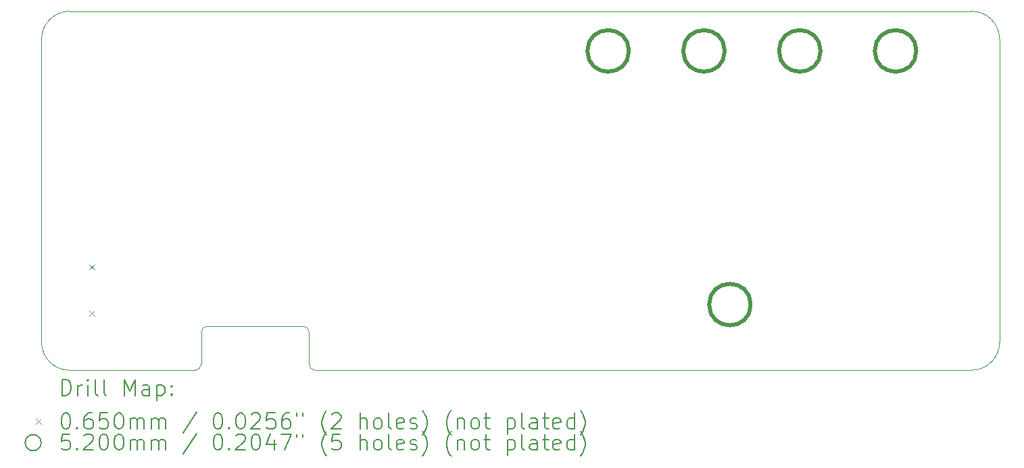
<source format=gbr>
%TF.GenerationSoftware,KiCad,Pcbnew,7.0.8*%
%TF.CreationDate,2023-11-12T21:10:44-08:00*%
%TF.ProjectId,bms,626d732e-6b69-4636-9164-5f7063625858,V1*%
%TF.SameCoordinates,Original*%
%TF.FileFunction,Drillmap*%
%TF.FilePolarity,Positive*%
%FSLAX45Y45*%
G04 Gerber Fmt 4.5, Leading zero omitted, Abs format (unit mm)*
G04 Created by KiCad (PCBNEW 7.0.8) date 2023-11-12 21:10:44*
%MOMM*%
%LPD*%
G01*
G04 APERTURE LIST*
%ADD10C,0.100000*%
%ADD11C,0.200000*%
%ADD12C,0.065000*%
%ADD13C,0.520000*%
G04 APERTURE END LIST*
D10*
X8850000Y-7850000D02*
X8850000Y-11650000D01*
X10923033Y-11450000D02*
G75*
G03*
X10850000Y-11523033I-3J-73030D01*
G01*
X20500000Y-7500000D02*
X9200000Y-7500000D01*
X10775000Y-12000000D02*
X9200000Y-12000000D01*
X12200000Y-11925000D02*
G75*
G03*
X12275000Y-12000000I75000J0D01*
G01*
X20850000Y-11650000D02*
X20850000Y-7850000D01*
X20500000Y-12000000D02*
G75*
G03*
X20850000Y-11650000I0J350000D01*
G01*
X8850000Y-11650000D02*
G75*
G03*
X9200000Y-12000000I350000J0D01*
G01*
X12275000Y-12000000D02*
X20500000Y-12000000D01*
X10850000Y-11523033D02*
X10850000Y-11925000D01*
X12200000Y-11925000D02*
X12200000Y-11521642D01*
X12200000Y-11521642D02*
G75*
G03*
X12130011Y-11450019I-71640J2D01*
G01*
X10775000Y-12000000D02*
G75*
G03*
X10850000Y-11925000I0J75000D01*
G01*
X9200000Y-7500000D02*
G75*
G03*
X8850000Y-7850000I0J-350000D01*
G01*
X20850000Y-7850000D02*
G75*
G03*
X20500000Y-7500000I-350000J0D01*
G01*
X12130011Y-11450019D02*
X10923044Y-11449536D01*
D11*
D12*
X9446487Y-10675987D02*
X9511487Y-10740987D01*
X9511487Y-10675987D02*
X9446487Y-10740987D01*
X9446487Y-11253987D02*
X9511487Y-11318987D01*
X9511487Y-11253987D02*
X9446487Y-11318987D01*
D13*
X16207487Y-7997487D02*
G75*
G03*
X16207487Y-7997487I-260000J0D01*
G01*
X17407487Y-7997487D02*
G75*
G03*
X17407487Y-7997487I-260000J0D01*
G01*
X17732487Y-11177487D02*
G75*
G03*
X17732487Y-11177487I-260000J0D01*
G01*
X18607487Y-7997487D02*
G75*
G03*
X18607487Y-7997487I-260000J0D01*
G01*
X19807487Y-7997487D02*
G75*
G03*
X19807487Y-7997487I-260000J0D01*
G01*
D11*
X9105777Y-12316484D02*
X9105777Y-12116484D01*
X9105777Y-12116484D02*
X9153396Y-12116484D01*
X9153396Y-12116484D02*
X9181967Y-12126008D01*
X9181967Y-12126008D02*
X9201015Y-12145055D01*
X9201015Y-12145055D02*
X9210539Y-12164103D01*
X9210539Y-12164103D02*
X9220063Y-12202198D01*
X9220063Y-12202198D02*
X9220063Y-12230769D01*
X9220063Y-12230769D02*
X9210539Y-12268865D01*
X9210539Y-12268865D02*
X9201015Y-12287912D01*
X9201015Y-12287912D02*
X9181967Y-12306960D01*
X9181967Y-12306960D02*
X9153396Y-12316484D01*
X9153396Y-12316484D02*
X9105777Y-12316484D01*
X9305777Y-12316484D02*
X9305777Y-12183150D01*
X9305777Y-12221246D02*
X9315301Y-12202198D01*
X9315301Y-12202198D02*
X9324824Y-12192674D01*
X9324824Y-12192674D02*
X9343872Y-12183150D01*
X9343872Y-12183150D02*
X9362920Y-12183150D01*
X9429586Y-12316484D02*
X9429586Y-12183150D01*
X9429586Y-12116484D02*
X9420063Y-12126008D01*
X9420063Y-12126008D02*
X9429586Y-12135531D01*
X9429586Y-12135531D02*
X9439110Y-12126008D01*
X9439110Y-12126008D02*
X9429586Y-12116484D01*
X9429586Y-12116484D02*
X9429586Y-12135531D01*
X9553396Y-12316484D02*
X9534348Y-12306960D01*
X9534348Y-12306960D02*
X9524824Y-12287912D01*
X9524824Y-12287912D02*
X9524824Y-12116484D01*
X9658158Y-12316484D02*
X9639110Y-12306960D01*
X9639110Y-12306960D02*
X9629586Y-12287912D01*
X9629586Y-12287912D02*
X9629586Y-12116484D01*
X9886729Y-12316484D02*
X9886729Y-12116484D01*
X9886729Y-12116484D02*
X9953396Y-12259341D01*
X9953396Y-12259341D02*
X10020063Y-12116484D01*
X10020063Y-12116484D02*
X10020063Y-12316484D01*
X10201015Y-12316484D02*
X10201015Y-12211722D01*
X10201015Y-12211722D02*
X10191491Y-12192674D01*
X10191491Y-12192674D02*
X10172444Y-12183150D01*
X10172444Y-12183150D02*
X10134348Y-12183150D01*
X10134348Y-12183150D02*
X10115301Y-12192674D01*
X10201015Y-12306960D02*
X10181967Y-12316484D01*
X10181967Y-12316484D02*
X10134348Y-12316484D01*
X10134348Y-12316484D02*
X10115301Y-12306960D01*
X10115301Y-12306960D02*
X10105777Y-12287912D01*
X10105777Y-12287912D02*
X10105777Y-12268865D01*
X10105777Y-12268865D02*
X10115301Y-12249817D01*
X10115301Y-12249817D02*
X10134348Y-12240293D01*
X10134348Y-12240293D02*
X10181967Y-12240293D01*
X10181967Y-12240293D02*
X10201015Y-12230769D01*
X10296253Y-12183150D02*
X10296253Y-12383150D01*
X10296253Y-12192674D02*
X10315301Y-12183150D01*
X10315301Y-12183150D02*
X10353396Y-12183150D01*
X10353396Y-12183150D02*
X10372444Y-12192674D01*
X10372444Y-12192674D02*
X10381967Y-12202198D01*
X10381967Y-12202198D02*
X10391491Y-12221246D01*
X10391491Y-12221246D02*
X10391491Y-12278388D01*
X10391491Y-12278388D02*
X10381967Y-12297436D01*
X10381967Y-12297436D02*
X10372444Y-12306960D01*
X10372444Y-12306960D02*
X10353396Y-12316484D01*
X10353396Y-12316484D02*
X10315301Y-12316484D01*
X10315301Y-12316484D02*
X10296253Y-12306960D01*
X10477205Y-12297436D02*
X10486729Y-12306960D01*
X10486729Y-12306960D02*
X10477205Y-12316484D01*
X10477205Y-12316484D02*
X10467682Y-12306960D01*
X10467682Y-12306960D02*
X10477205Y-12297436D01*
X10477205Y-12297436D02*
X10477205Y-12316484D01*
X10477205Y-12192674D02*
X10486729Y-12202198D01*
X10486729Y-12202198D02*
X10477205Y-12211722D01*
X10477205Y-12211722D02*
X10467682Y-12202198D01*
X10467682Y-12202198D02*
X10477205Y-12192674D01*
X10477205Y-12192674D02*
X10477205Y-12211722D01*
D12*
X8780000Y-12612500D02*
X8845000Y-12677500D01*
X8845000Y-12612500D02*
X8780000Y-12677500D01*
D11*
X9143872Y-12536484D02*
X9162920Y-12536484D01*
X9162920Y-12536484D02*
X9181967Y-12546008D01*
X9181967Y-12546008D02*
X9191491Y-12555531D01*
X9191491Y-12555531D02*
X9201015Y-12574579D01*
X9201015Y-12574579D02*
X9210539Y-12612674D01*
X9210539Y-12612674D02*
X9210539Y-12660293D01*
X9210539Y-12660293D02*
X9201015Y-12698388D01*
X9201015Y-12698388D02*
X9191491Y-12717436D01*
X9191491Y-12717436D02*
X9181967Y-12726960D01*
X9181967Y-12726960D02*
X9162920Y-12736484D01*
X9162920Y-12736484D02*
X9143872Y-12736484D01*
X9143872Y-12736484D02*
X9124824Y-12726960D01*
X9124824Y-12726960D02*
X9115301Y-12717436D01*
X9115301Y-12717436D02*
X9105777Y-12698388D01*
X9105777Y-12698388D02*
X9096253Y-12660293D01*
X9096253Y-12660293D02*
X9096253Y-12612674D01*
X9096253Y-12612674D02*
X9105777Y-12574579D01*
X9105777Y-12574579D02*
X9115301Y-12555531D01*
X9115301Y-12555531D02*
X9124824Y-12546008D01*
X9124824Y-12546008D02*
X9143872Y-12536484D01*
X9296253Y-12717436D02*
X9305777Y-12726960D01*
X9305777Y-12726960D02*
X9296253Y-12736484D01*
X9296253Y-12736484D02*
X9286729Y-12726960D01*
X9286729Y-12726960D02*
X9296253Y-12717436D01*
X9296253Y-12717436D02*
X9296253Y-12736484D01*
X9477205Y-12536484D02*
X9439110Y-12536484D01*
X9439110Y-12536484D02*
X9420063Y-12546008D01*
X9420063Y-12546008D02*
X9410539Y-12555531D01*
X9410539Y-12555531D02*
X9391491Y-12584103D01*
X9391491Y-12584103D02*
X9381967Y-12622198D01*
X9381967Y-12622198D02*
X9381967Y-12698388D01*
X9381967Y-12698388D02*
X9391491Y-12717436D01*
X9391491Y-12717436D02*
X9401015Y-12726960D01*
X9401015Y-12726960D02*
X9420063Y-12736484D01*
X9420063Y-12736484D02*
X9458158Y-12736484D01*
X9458158Y-12736484D02*
X9477205Y-12726960D01*
X9477205Y-12726960D02*
X9486729Y-12717436D01*
X9486729Y-12717436D02*
X9496253Y-12698388D01*
X9496253Y-12698388D02*
X9496253Y-12650769D01*
X9496253Y-12650769D02*
X9486729Y-12631722D01*
X9486729Y-12631722D02*
X9477205Y-12622198D01*
X9477205Y-12622198D02*
X9458158Y-12612674D01*
X9458158Y-12612674D02*
X9420063Y-12612674D01*
X9420063Y-12612674D02*
X9401015Y-12622198D01*
X9401015Y-12622198D02*
X9391491Y-12631722D01*
X9391491Y-12631722D02*
X9381967Y-12650769D01*
X9677205Y-12536484D02*
X9581967Y-12536484D01*
X9581967Y-12536484D02*
X9572444Y-12631722D01*
X9572444Y-12631722D02*
X9581967Y-12622198D01*
X9581967Y-12622198D02*
X9601015Y-12612674D01*
X9601015Y-12612674D02*
X9648634Y-12612674D01*
X9648634Y-12612674D02*
X9667682Y-12622198D01*
X9667682Y-12622198D02*
X9677205Y-12631722D01*
X9677205Y-12631722D02*
X9686729Y-12650769D01*
X9686729Y-12650769D02*
X9686729Y-12698388D01*
X9686729Y-12698388D02*
X9677205Y-12717436D01*
X9677205Y-12717436D02*
X9667682Y-12726960D01*
X9667682Y-12726960D02*
X9648634Y-12736484D01*
X9648634Y-12736484D02*
X9601015Y-12736484D01*
X9601015Y-12736484D02*
X9581967Y-12726960D01*
X9581967Y-12726960D02*
X9572444Y-12717436D01*
X9810539Y-12536484D02*
X9829586Y-12536484D01*
X9829586Y-12536484D02*
X9848634Y-12546008D01*
X9848634Y-12546008D02*
X9858158Y-12555531D01*
X9858158Y-12555531D02*
X9867682Y-12574579D01*
X9867682Y-12574579D02*
X9877205Y-12612674D01*
X9877205Y-12612674D02*
X9877205Y-12660293D01*
X9877205Y-12660293D02*
X9867682Y-12698388D01*
X9867682Y-12698388D02*
X9858158Y-12717436D01*
X9858158Y-12717436D02*
X9848634Y-12726960D01*
X9848634Y-12726960D02*
X9829586Y-12736484D01*
X9829586Y-12736484D02*
X9810539Y-12736484D01*
X9810539Y-12736484D02*
X9791491Y-12726960D01*
X9791491Y-12726960D02*
X9781967Y-12717436D01*
X9781967Y-12717436D02*
X9772444Y-12698388D01*
X9772444Y-12698388D02*
X9762920Y-12660293D01*
X9762920Y-12660293D02*
X9762920Y-12612674D01*
X9762920Y-12612674D02*
X9772444Y-12574579D01*
X9772444Y-12574579D02*
X9781967Y-12555531D01*
X9781967Y-12555531D02*
X9791491Y-12546008D01*
X9791491Y-12546008D02*
X9810539Y-12536484D01*
X9962920Y-12736484D02*
X9962920Y-12603150D01*
X9962920Y-12622198D02*
X9972444Y-12612674D01*
X9972444Y-12612674D02*
X9991491Y-12603150D01*
X9991491Y-12603150D02*
X10020063Y-12603150D01*
X10020063Y-12603150D02*
X10039110Y-12612674D01*
X10039110Y-12612674D02*
X10048634Y-12631722D01*
X10048634Y-12631722D02*
X10048634Y-12736484D01*
X10048634Y-12631722D02*
X10058158Y-12612674D01*
X10058158Y-12612674D02*
X10077205Y-12603150D01*
X10077205Y-12603150D02*
X10105777Y-12603150D01*
X10105777Y-12603150D02*
X10124825Y-12612674D01*
X10124825Y-12612674D02*
X10134348Y-12631722D01*
X10134348Y-12631722D02*
X10134348Y-12736484D01*
X10229586Y-12736484D02*
X10229586Y-12603150D01*
X10229586Y-12622198D02*
X10239110Y-12612674D01*
X10239110Y-12612674D02*
X10258158Y-12603150D01*
X10258158Y-12603150D02*
X10286729Y-12603150D01*
X10286729Y-12603150D02*
X10305777Y-12612674D01*
X10305777Y-12612674D02*
X10315301Y-12631722D01*
X10315301Y-12631722D02*
X10315301Y-12736484D01*
X10315301Y-12631722D02*
X10324825Y-12612674D01*
X10324825Y-12612674D02*
X10343872Y-12603150D01*
X10343872Y-12603150D02*
X10372444Y-12603150D01*
X10372444Y-12603150D02*
X10391491Y-12612674D01*
X10391491Y-12612674D02*
X10401015Y-12631722D01*
X10401015Y-12631722D02*
X10401015Y-12736484D01*
X10791491Y-12526960D02*
X10620063Y-12784103D01*
X11048634Y-12536484D02*
X11067682Y-12536484D01*
X11067682Y-12536484D02*
X11086729Y-12546008D01*
X11086729Y-12546008D02*
X11096253Y-12555531D01*
X11096253Y-12555531D02*
X11105777Y-12574579D01*
X11105777Y-12574579D02*
X11115301Y-12612674D01*
X11115301Y-12612674D02*
X11115301Y-12660293D01*
X11115301Y-12660293D02*
X11105777Y-12698388D01*
X11105777Y-12698388D02*
X11096253Y-12717436D01*
X11096253Y-12717436D02*
X11086729Y-12726960D01*
X11086729Y-12726960D02*
X11067682Y-12736484D01*
X11067682Y-12736484D02*
X11048634Y-12736484D01*
X11048634Y-12736484D02*
X11029587Y-12726960D01*
X11029587Y-12726960D02*
X11020063Y-12717436D01*
X11020063Y-12717436D02*
X11010539Y-12698388D01*
X11010539Y-12698388D02*
X11001015Y-12660293D01*
X11001015Y-12660293D02*
X11001015Y-12612674D01*
X11001015Y-12612674D02*
X11010539Y-12574579D01*
X11010539Y-12574579D02*
X11020063Y-12555531D01*
X11020063Y-12555531D02*
X11029587Y-12546008D01*
X11029587Y-12546008D02*
X11048634Y-12536484D01*
X11201015Y-12717436D02*
X11210539Y-12726960D01*
X11210539Y-12726960D02*
X11201015Y-12736484D01*
X11201015Y-12736484D02*
X11191491Y-12726960D01*
X11191491Y-12726960D02*
X11201015Y-12717436D01*
X11201015Y-12717436D02*
X11201015Y-12736484D01*
X11334348Y-12536484D02*
X11353396Y-12536484D01*
X11353396Y-12536484D02*
X11372444Y-12546008D01*
X11372444Y-12546008D02*
X11381967Y-12555531D01*
X11381967Y-12555531D02*
X11391491Y-12574579D01*
X11391491Y-12574579D02*
X11401015Y-12612674D01*
X11401015Y-12612674D02*
X11401015Y-12660293D01*
X11401015Y-12660293D02*
X11391491Y-12698388D01*
X11391491Y-12698388D02*
X11381967Y-12717436D01*
X11381967Y-12717436D02*
X11372444Y-12726960D01*
X11372444Y-12726960D02*
X11353396Y-12736484D01*
X11353396Y-12736484D02*
X11334348Y-12736484D01*
X11334348Y-12736484D02*
X11315301Y-12726960D01*
X11315301Y-12726960D02*
X11305777Y-12717436D01*
X11305777Y-12717436D02*
X11296253Y-12698388D01*
X11296253Y-12698388D02*
X11286729Y-12660293D01*
X11286729Y-12660293D02*
X11286729Y-12612674D01*
X11286729Y-12612674D02*
X11296253Y-12574579D01*
X11296253Y-12574579D02*
X11305777Y-12555531D01*
X11305777Y-12555531D02*
X11315301Y-12546008D01*
X11315301Y-12546008D02*
X11334348Y-12536484D01*
X11477206Y-12555531D02*
X11486729Y-12546008D01*
X11486729Y-12546008D02*
X11505777Y-12536484D01*
X11505777Y-12536484D02*
X11553396Y-12536484D01*
X11553396Y-12536484D02*
X11572444Y-12546008D01*
X11572444Y-12546008D02*
X11581967Y-12555531D01*
X11581967Y-12555531D02*
X11591491Y-12574579D01*
X11591491Y-12574579D02*
X11591491Y-12593627D01*
X11591491Y-12593627D02*
X11581967Y-12622198D01*
X11581967Y-12622198D02*
X11467682Y-12736484D01*
X11467682Y-12736484D02*
X11591491Y-12736484D01*
X11772444Y-12536484D02*
X11677206Y-12536484D01*
X11677206Y-12536484D02*
X11667682Y-12631722D01*
X11667682Y-12631722D02*
X11677206Y-12622198D01*
X11677206Y-12622198D02*
X11696253Y-12612674D01*
X11696253Y-12612674D02*
X11743872Y-12612674D01*
X11743872Y-12612674D02*
X11762920Y-12622198D01*
X11762920Y-12622198D02*
X11772444Y-12631722D01*
X11772444Y-12631722D02*
X11781967Y-12650769D01*
X11781967Y-12650769D02*
X11781967Y-12698388D01*
X11781967Y-12698388D02*
X11772444Y-12717436D01*
X11772444Y-12717436D02*
X11762920Y-12726960D01*
X11762920Y-12726960D02*
X11743872Y-12736484D01*
X11743872Y-12736484D02*
X11696253Y-12736484D01*
X11696253Y-12736484D02*
X11677206Y-12726960D01*
X11677206Y-12726960D02*
X11667682Y-12717436D01*
X11953396Y-12536484D02*
X11915301Y-12536484D01*
X11915301Y-12536484D02*
X11896253Y-12546008D01*
X11896253Y-12546008D02*
X11886729Y-12555531D01*
X11886729Y-12555531D02*
X11867682Y-12584103D01*
X11867682Y-12584103D02*
X11858158Y-12622198D01*
X11858158Y-12622198D02*
X11858158Y-12698388D01*
X11858158Y-12698388D02*
X11867682Y-12717436D01*
X11867682Y-12717436D02*
X11877206Y-12726960D01*
X11877206Y-12726960D02*
X11896253Y-12736484D01*
X11896253Y-12736484D02*
X11934348Y-12736484D01*
X11934348Y-12736484D02*
X11953396Y-12726960D01*
X11953396Y-12726960D02*
X11962920Y-12717436D01*
X11962920Y-12717436D02*
X11972444Y-12698388D01*
X11972444Y-12698388D02*
X11972444Y-12650769D01*
X11972444Y-12650769D02*
X11962920Y-12631722D01*
X11962920Y-12631722D02*
X11953396Y-12622198D01*
X11953396Y-12622198D02*
X11934348Y-12612674D01*
X11934348Y-12612674D02*
X11896253Y-12612674D01*
X11896253Y-12612674D02*
X11877206Y-12622198D01*
X11877206Y-12622198D02*
X11867682Y-12631722D01*
X11867682Y-12631722D02*
X11858158Y-12650769D01*
X12048634Y-12536484D02*
X12048634Y-12574579D01*
X12124825Y-12536484D02*
X12124825Y-12574579D01*
X12420063Y-12812674D02*
X12410539Y-12803150D01*
X12410539Y-12803150D02*
X12391491Y-12774579D01*
X12391491Y-12774579D02*
X12381968Y-12755531D01*
X12381968Y-12755531D02*
X12372444Y-12726960D01*
X12372444Y-12726960D02*
X12362920Y-12679341D01*
X12362920Y-12679341D02*
X12362920Y-12641246D01*
X12362920Y-12641246D02*
X12372444Y-12593627D01*
X12372444Y-12593627D02*
X12381968Y-12565055D01*
X12381968Y-12565055D02*
X12391491Y-12546008D01*
X12391491Y-12546008D02*
X12410539Y-12517436D01*
X12410539Y-12517436D02*
X12420063Y-12507912D01*
X12486729Y-12555531D02*
X12496253Y-12546008D01*
X12496253Y-12546008D02*
X12515301Y-12536484D01*
X12515301Y-12536484D02*
X12562920Y-12536484D01*
X12562920Y-12536484D02*
X12581968Y-12546008D01*
X12581968Y-12546008D02*
X12591491Y-12555531D01*
X12591491Y-12555531D02*
X12601015Y-12574579D01*
X12601015Y-12574579D02*
X12601015Y-12593627D01*
X12601015Y-12593627D02*
X12591491Y-12622198D01*
X12591491Y-12622198D02*
X12477206Y-12736484D01*
X12477206Y-12736484D02*
X12601015Y-12736484D01*
X12839110Y-12736484D02*
X12839110Y-12536484D01*
X12924825Y-12736484D02*
X12924825Y-12631722D01*
X12924825Y-12631722D02*
X12915301Y-12612674D01*
X12915301Y-12612674D02*
X12896253Y-12603150D01*
X12896253Y-12603150D02*
X12867682Y-12603150D01*
X12867682Y-12603150D02*
X12848634Y-12612674D01*
X12848634Y-12612674D02*
X12839110Y-12622198D01*
X13048634Y-12736484D02*
X13029587Y-12726960D01*
X13029587Y-12726960D02*
X13020063Y-12717436D01*
X13020063Y-12717436D02*
X13010539Y-12698388D01*
X13010539Y-12698388D02*
X13010539Y-12641246D01*
X13010539Y-12641246D02*
X13020063Y-12622198D01*
X13020063Y-12622198D02*
X13029587Y-12612674D01*
X13029587Y-12612674D02*
X13048634Y-12603150D01*
X13048634Y-12603150D02*
X13077206Y-12603150D01*
X13077206Y-12603150D02*
X13096253Y-12612674D01*
X13096253Y-12612674D02*
X13105777Y-12622198D01*
X13105777Y-12622198D02*
X13115301Y-12641246D01*
X13115301Y-12641246D02*
X13115301Y-12698388D01*
X13115301Y-12698388D02*
X13105777Y-12717436D01*
X13105777Y-12717436D02*
X13096253Y-12726960D01*
X13096253Y-12726960D02*
X13077206Y-12736484D01*
X13077206Y-12736484D02*
X13048634Y-12736484D01*
X13229587Y-12736484D02*
X13210539Y-12726960D01*
X13210539Y-12726960D02*
X13201015Y-12707912D01*
X13201015Y-12707912D02*
X13201015Y-12536484D01*
X13381968Y-12726960D02*
X13362920Y-12736484D01*
X13362920Y-12736484D02*
X13324825Y-12736484D01*
X13324825Y-12736484D02*
X13305777Y-12726960D01*
X13305777Y-12726960D02*
X13296253Y-12707912D01*
X13296253Y-12707912D02*
X13296253Y-12631722D01*
X13296253Y-12631722D02*
X13305777Y-12612674D01*
X13305777Y-12612674D02*
X13324825Y-12603150D01*
X13324825Y-12603150D02*
X13362920Y-12603150D01*
X13362920Y-12603150D02*
X13381968Y-12612674D01*
X13381968Y-12612674D02*
X13391491Y-12631722D01*
X13391491Y-12631722D02*
X13391491Y-12650769D01*
X13391491Y-12650769D02*
X13296253Y-12669817D01*
X13467682Y-12726960D02*
X13486730Y-12736484D01*
X13486730Y-12736484D02*
X13524825Y-12736484D01*
X13524825Y-12736484D02*
X13543872Y-12726960D01*
X13543872Y-12726960D02*
X13553396Y-12707912D01*
X13553396Y-12707912D02*
X13553396Y-12698388D01*
X13553396Y-12698388D02*
X13543872Y-12679341D01*
X13543872Y-12679341D02*
X13524825Y-12669817D01*
X13524825Y-12669817D02*
X13496253Y-12669817D01*
X13496253Y-12669817D02*
X13477206Y-12660293D01*
X13477206Y-12660293D02*
X13467682Y-12641246D01*
X13467682Y-12641246D02*
X13467682Y-12631722D01*
X13467682Y-12631722D02*
X13477206Y-12612674D01*
X13477206Y-12612674D02*
X13496253Y-12603150D01*
X13496253Y-12603150D02*
X13524825Y-12603150D01*
X13524825Y-12603150D02*
X13543872Y-12612674D01*
X13620063Y-12812674D02*
X13629587Y-12803150D01*
X13629587Y-12803150D02*
X13648634Y-12774579D01*
X13648634Y-12774579D02*
X13658158Y-12755531D01*
X13658158Y-12755531D02*
X13667682Y-12726960D01*
X13667682Y-12726960D02*
X13677206Y-12679341D01*
X13677206Y-12679341D02*
X13677206Y-12641246D01*
X13677206Y-12641246D02*
X13667682Y-12593627D01*
X13667682Y-12593627D02*
X13658158Y-12565055D01*
X13658158Y-12565055D02*
X13648634Y-12546008D01*
X13648634Y-12546008D02*
X13629587Y-12517436D01*
X13629587Y-12517436D02*
X13620063Y-12507912D01*
X13981968Y-12812674D02*
X13972444Y-12803150D01*
X13972444Y-12803150D02*
X13953396Y-12774579D01*
X13953396Y-12774579D02*
X13943872Y-12755531D01*
X13943872Y-12755531D02*
X13934349Y-12726960D01*
X13934349Y-12726960D02*
X13924825Y-12679341D01*
X13924825Y-12679341D02*
X13924825Y-12641246D01*
X13924825Y-12641246D02*
X13934349Y-12593627D01*
X13934349Y-12593627D02*
X13943872Y-12565055D01*
X13943872Y-12565055D02*
X13953396Y-12546008D01*
X13953396Y-12546008D02*
X13972444Y-12517436D01*
X13972444Y-12517436D02*
X13981968Y-12507912D01*
X14058158Y-12603150D02*
X14058158Y-12736484D01*
X14058158Y-12622198D02*
X14067682Y-12612674D01*
X14067682Y-12612674D02*
X14086730Y-12603150D01*
X14086730Y-12603150D02*
X14115301Y-12603150D01*
X14115301Y-12603150D02*
X14134349Y-12612674D01*
X14134349Y-12612674D02*
X14143872Y-12631722D01*
X14143872Y-12631722D02*
X14143872Y-12736484D01*
X14267682Y-12736484D02*
X14248634Y-12726960D01*
X14248634Y-12726960D02*
X14239111Y-12717436D01*
X14239111Y-12717436D02*
X14229587Y-12698388D01*
X14229587Y-12698388D02*
X14229587Y-12641246D01*
X14229587Y-12641246D02*
X14239111Y-12622198D01*
X14239111Y-12622198D02*
X14248634Y-12612674D01*
X14248634Y-12612674D02*
X14267682Y-12603150D01*
X14267682Y-12603150D02*
X14296253Y-12603150D01*
X14296253Y-12603150D02*
X14315301Y-12612674D01*
X14315301Y-12612674D02*
X14324825Y-12622198D01*
X14324825Y-12622198D02*
X14334349Y-12641246D01*
X14334349Y-12641246D02*
X14334349Y-12698388D01*
X14334349Y-12698388D02*
X14324825Y-12717436D01*
X14324825Y-12717436D02*
X14315301Y-12726960D01*
X14315301Y-12726960D02*
X14296253Y-12736484D01*
X14296253Y-12736484D02*
X14267682Y-12736484D01*
X14391492Y-12603150D02*
X14467682Y-12603150D01*
X14420063Y-12536484D02*
X14420063Y-12707912D01*
X14420063Y-12707912D02*
X14429587Y-12726960D01*
X14429587Y-12726960D02*
X14448634Y-12736484D01*
X14448634Y-12736484D02*
X14467682Y-12736484D01*
X14686730Y-12603150D02*
X14686730Y-12803150D01*
X14686730Y-12612674D02*
X14705777Y-12603150D01*
X14705777Y-12603150D02*
X14743873Y-12603150D01*
X14743873Y-12603150D02*
X14762920Y-12612674D01*
X14762920Y-12612674D02*
X14772444Y-12622198D01*
X14772444Y-12622198D02*
X14781968Y-12641246D01*
X14781968Y-12641246D02*
X14781968Y-12698388D01*
X14781968Y-12698388D02*
X14772444Y-12717436D01*
X14772444Y-12717436D02*
X14762920Y-12726960D01*
X14762920Y-12726960D02*
X14743873Y-12736484D01*
X14743873Y-12736484D02*
X14705777Y-12736484D01*
X14705777Y-12736484D02*
X14686730Y-12726960D01*
X14896253Y-12736484D02*
X14877206Y-12726960D01*
X14877206Y-12726960D02*
X14867682Y-12707912D01*
X14867682Y-12707912D02*
X14867682Y-12536484D01*
X15058158Y-12736484D02*
X15058158Y-12631722D01*
X15058158Y-12631722D02*
X15048634Y-12612674D01*
X15048634Y-12612674D02*
X15029587Y-12603150D01*
X15029587Y-12603150D02*
X14991492Y-12603150D01*
X14991492Y-12603150D02*
X14972444Y-12612674D01*
X15058158Y-12726960D02*
X15039111Y-12736484D01*
X15039111Y-12736484D02*
X14991492Y-12736484D01*
X14991492Y-12736484D02*
X14972444Y-12726960D01*
X14972444Y-12726960D02*
X14962920Y-12707912D01*
X14962920Y-12707912D02*
X14962920Y-12688865D01*
X14962920Y-12688865D02*
X14972444Y-12669817D01*
X14972444Y-12669817D02*
X14991492Y-12660293D01*
X14991492Y-12660293D02*
X15039111Y-12660293D01*
X15039111Y-12660293D02*
X15058158Y-12650769D01*
X15124825Y-12603150D02*
X15201015Y-12603150D01*
X15153396Y-12536484D02*
X15153396Y-12707912D01*
X15153396Y-12707912D02*
X15162920Y-12726960D01*
X15162920Y-12726960D02*
X15181968Y-12736484D01*
X15181968Y-12736484D02*
X15201015Y-12736484D01*
X15343873Y-12726960D02*
X15324825Y-12736484D01*
X15324825Y-12736484D02*
X15286730Y-12736484D01*
X15286730Y-12736484D02*
X15267682Y-12726960D01*
X15267682Y-12726960D02*
X15258158Y-12707912D01*
X15258158Y-12707912D02*
X15258158Y-12631722D01*
X15258158Y-12631722D02*
X15267682Y-12612674D01*
X15267682Y-12612674D02*
X15286730Y-12603150D01*
X15286730Y-12603150D02*
X15324825Y-12603150D01*
X15324825Y-12603150D02*
X15343873Y-12612674D01*
X15343873Y-12612674D02*
X15353396Y-12631722D01*
X15353396Y-12631722D02*
X15353396Y-12650769D01*
X15353396Y-12650769D02*
X15258158Y-12669817D01*
X15524825Y-12736484D02*
X15524825Y-12536484D01*
X15524825Y-12726960D02*
X15505777Y-12736484D01*
X15505777Y-12736484D02*
X15467682Y-12736484D01*
X15467682Y-12736484D02*
X15448634Y-12726960D01*
X15448634Y-12726960D02*
X15439111Y-12717436D01*
X15439111Y-12717436D02*
X15429587Y-12698388D01*
X15429587Y-12698388D02*
X15429587Y-12641246D01*
X15429587Y-12641246D02*
X15439111Y-12622198D01*
X15439111Y-12622198D02*
X15448634Y-12612674D01*
X15448634Y-12612674D02*
X15467682Y-12603150D01*
X15467682Y-12603150D02*
X15505777Y-12603150D01*
X15505777Y-12603150D02*
X15524825Y-12612674D01*
X15601015Y-12812674D02*
X15610539Y-12803150D01*
X15610539Y-12803150D02*
X15629587Y-12774579D01*
X15629587Y-12774579D02*
X15639111Y-12755531D01*
X15639111Y-12755531D02*
X15648634Y-12726960D01*
X15648634Y-12726960D02*
X15658158Y-12679341D01*
X15658158Y-12679341D02*
X15658158Y-12641246D01*
X15658158Y-12641246D02*
X15648634Y-12593627D01*
X15648634Y-12593627D02*
X15639111Y-12565055D01*
X15639111Y-12565055D02*
X15629587Y-12546008D01*
X15629587Y-12546008D02*
X15610539Y-12517436D01*
X15610539Y-12517436D02*
X15601015Y-12507912D01*
X8845000Y-12909000D02*
G75*
G03*
X8845000Y-12909000I-100000J0D01*
G01*
X9201015Y-12800484D02*
X9105777Y-12800484D01*
X9105777Y-12800484D02*
X9096253Y-12895722D01*
X9096253Y-12895722D02*
X9105777Y-12886198D01*
X9105777Y-12886198D02*
X9124824Y-12876674D01*
X9124824Y-12876674D02*
X9172444Y-12876674D01*
X9172444Y-12876674D02*
X9191491Y-12886198D01*
X9191491Y-12886198D02*
X9201015Y-12895722D01*
X9201015Y-12895722D02*
X9210539Y-12914769D01*
X9210539Y-12914769D02*
X9210539Y-12962388D01*
X9210539Y-12962388D02*
X9201015Y-12981436D01*
X9201015Y-12981436D02*
X9191491Y-12990960D01*
X9191491Y-12990960D02*
X9172444Y-13000484D01*
X9172444Y-13000484D02*
X9124824Y-13000484D01*
X9124824Y-13000484D02*
X9105777Y-12990960D01*
X9105777Y-12990960D02*
X9096253Y-12981436D01*
X9296253Y-12981436D02*
X9305777Y-12990960D01*
X9305777Y-12990960D02*
X9296253Y-13000484D01*
X9296253Y-13000484D02*
X9286729Y-12990960D01*
X9286729Y-12990960D02*
X9296253Y-12981436D01*
X9296253Y-12981436D02*
X9296253Y-13000484D01*
X9381967Y-12819531D02*
X9391491Y-12810008D01*
X9391491Y-12810008D02*
X9410539Y-12800484D01*
X9410539Y-12800484D02*
X9458158Y-12800484D01*
X9458158Y-12800484D02*
X9477205Y-12810008D01*
X9477205Y-12810008D02*
X9486729Y-12819531D01*
X9486729Y-12819531D02*
X9496253Y-12838579D01*
X9496253Y-12838579D02*
X9496253Y-12857627D01*
X9496253Y-12857627D02*
X9486729Y-12886198D01*
X9486729Y-12886198D02*
X9372444Y-13000484D01*
X9372444Y-13000484D02*
X9496253Y-13000484D01*
X9620063Y-12800484D02*
X9639110Y-12800484D01*
X9639110Y-12800484D02*
X9658158Y-12810008D01*
X9658158Y-12810008D02*
X9667682Y-12819531D01*
X9667682Y-12819531D02*
X9677205Y-12838579D01*
X9677205Y-12838579D02*
X9686729Y-12876674D01*
X9686729Y-12876674D02*
X9686729Y-12924293D01*
X9686729Y-12924293D02*
X9677205Y-12962388D01*
X9677205Y-12962388D02*
X9667682Y-12981436D01*
X9667682Y-12981436D02*
X9658158Y-12990960D01*
X9658158Y-12990960D02*
X9639110Y-13000484D01*
X9639110Y-13000484D02*
X9620063Y-13000484D01*
X9620063Y-13000484D02*
X9601015Y-12990960D01*
X9601015Y-12990960D02*
X9591491Y-12981436D01*
X9591491Y-12981436D02*
X9581967Y-12962388D01*
X9581967Y-12962388D02*
X9572444Y-12924293D01*
X9572444Y-12924293D02*
X9572444Y-12876674D01*
X9572444Y-12876674D02*
X9581967Y-12838579D01*
X9581967Y-12838579D02*
X9591491Y-12819531D01*
X9591491Y-12819531D02*
X9601015Y-12810008D01*
X9601015Y-12810008D02*
X9620063Y-12800484D01*
X9810539Y-12800484D02*
X9829586Y-12800484D01*
X9829586Y-12800484D02*
X9848634Y-12810008D01*
X9848634Y-12810008D02*
X9858158Y-12819531D01*
X9858158Y-12819531D02*
X9867682Y-12838579D01*
X9867682Y-12838579D02*
X9877205Y-12876674D01*
X9877205Y-12876674D02*
X9877205Y-12924293D01*
X9877205Y-12924293D02*
X9867682Y-12962388D01*
X9867682Y-12962388D02*
X9858158Y-12981436D01*
X9858158Y-12981436D02*
X9848634Y-12990960D01*
X9848634Y-12990960D02*
X9829586Y-13000484D01*
X9829586Y-13000484D02*
X9810539Y-13000484D01*
X9810539Y-13000484D02*
X9791491Y-12990960D01*
X9791491Y-12990960D02*
X9781967Y-12981436D01*
X9781967Y-12981436D02*
X9772444Y-12962388D01*
X9772444Y-12962388D02*
X9762920Y-12924293D01*
X9762920Y-12924293D02*
X9762920Y-12876674D01*
X9762920Y-12876674D02*
X9772444Y-12838579D01*
X9772444Y-12838579D02*
X9781967Y-12819531D01*
X9781967Y-12819531D02*
X9791491Y-12810008D01*
X9791491Y-12810008D02*
X9810539Y-12800484D01*
X9962920Y-13000484D02*
X9962920Y-12867150D01*
X9962920Y-12886198D02*
X9972444Y-12876674D01*
X9972444Y-12876674D02*
X9991491Y-12867150D01*
X9991491Y-12867150D02*
X10020063Y-12867150D01*
X10020063Y-12867150D02*
X10039110Y-12876674D01*
X10039110Y-12876674D02*
X10048634Y-12895722D01*
X10048634Y-12895722D02*
X10048634Y-13000484D01*
X10048634Y-12895722D02*
X10058158Y-12876674D01*
X10058158Y-12876674D02*
X10077205Y-12867150D01*
X10077205Y-12867150D02*
X10105777Y-12867150D01*
X10105777Y-12867150D02*
X10124825Y-12876674D01*
X10124825Y-12876674D02*
X10134348Y-12895722D01*
X10134348Y-12895722D02*
X10134348Y-13000484D01*
X10229586Y-13000484D02*
X10229586Y-12867150D01*
X10229586Y-12886198D02*
X10239110Y-12876674D01*
X10239110Y-12876674D02*
X10258158Y-12867150D01*
X10258158Y-12867150D02*
X10286729Y-12867150D01*
X10286729Y-12867150D02*
X10305777Y-12876674D01*
X10305777Y-12876674D02*
X10315301Y-12895722D01*
X10315301Y-12895722D02*
X10315301Y-13000484D01*
X10315301Y-12895722D02*
X10324825Y-12876674D01*
X10324825Y-12876674D02*
X10343872Y-12867150D01*
X10343872Y-12867150D02*
X10372444Y-12867150D01*
X10372444Y-12867150D02*
X10391491Y-12876674D01*
X10391491Y-12876674D02*
X10401015Y-12895722D01*
X10401015Y-12895722D02*
X10401015Y-13000484D01*
X10791491Y-12790960D02*
X10620063Y-13048103D01*
X11048634Y-12800484D02*
X11067682Y-12800484D01*
X11067682Y-12800484D02*
X11086729Y-12810008D01*
X11086729Y-12810008D02*
X11096253Y-12819531D01*
X11096253Y-12819531D02*
X11105777Y-12838579D01*
X11105777Y-12838579D02*
X11115301Y-12876674D01*
X11115301Y-12876674D02*
X11115301Y-12924293D01*
X11115301Y-12924293D02*
X11105777Y-12962388D01*
X11105777Y-12962388D02*
X11096253Y-12981436D01*
X11096253Y-12981436D02*
X11086729Y-12990960D01*
X11086729Y-12990960D02*
X11067682Y-13000484D01*
X11067682Y-13000484D02*
X11048634Y-13000484D01*
X11048634Y-13000484D02*
X11029587Y-12990960D01*
X11029587Y-12990960D02*
X11020063Y-12981436D01*
X11020063Y-12981436D02*
X11010539Y-12962388D01*
X11010539Y-12962388D02*
X11001015Y-12924293D01*
X11001015Y-12924293D02*
X11001015Y-12876674D01*
X11001015Y-12876674D02*
X11010539Y-12838579D01*
X11010539Y-12838579D02*
X11020063Y-12819531D01*
X11020063Y-12819531D02*
X11029587Y-12810008D01*
X11029587Y-12810008D02*
X11048634Y-12800484D01*
X11201015Y-12981436D02*
X11210539Y-12990960D01*
X11210539Y-12990960D02*
X11201015Y-13000484D01*
X11201015Y-13000484D02*
X11191491Y-12990960D01*
X11191491Y-12990960D02*
X11201015Y-12981436D01*
X11201015Y-12981436D02*
X11201015Y-13000484D01*
X11286729Y-12819531D02*
X11296253Y-12810008D01*
X11296253Y-12810008D02*
X11315301Y-12800484D01*
X11315301Y-12800484D02*
X11362920Y-12800484D01*
X11362920Y-12800484D02*
X11381967Y-12810008D01*
X11381967Y-12810008D02*
X11391491Y-12819531D01*
X11391491Y-12819531D02*
X11401015Y-12838579D01*
X11401015Y-12838579D02*
X11401015Y-12857627D01*
X11401015Y-12857627D02*
X11391491Y-12886198D01*
X11391491Y-12886198D02*
X11277206Y-13000484D01*
X11277206Y-13000484D02*
X11401015Y-13000484D01*
X11524825Y-12800484D02*
X11543872Y-12800484D01*
X11543872Y-12800484D02*
X11562920Y-12810008D01*
X11562920Y-12810008D02*
X11572444Y-12819531D01*
X11572444Y-12819531D02*
X11581967Y-12838579D01*
X11581967Y-12838579D02*
X11591491Y-12876674D01*
X11591491Y-12876674D02*
X11591491Y-12924293D01*
X11591491Y-12924293D02*
X11581967Y-12962388D01*
X11581967Y-12962388D02*
X11572444Y-12981436D01*
X11572444Y-12981436D02*
X11562920Y-12990960D01*
X11562920Y-12990960D02*
X11543872Y-13000484D01*
X11543872Y-13000484D02*
X11524825Y-13000484D01*
X11524825Y-13000484D02*
X11505777Y-12990960D01*
X11505777Y-12990960D02*
X11496253Y-12981436D01*
X11496253Y-12981436D02*
X11486729Y-12962388D01*
X11486729Y-12962388D02*
X11477206Y-12924293D01*
X11477206Y-12924293D02*
X11477206Y-12876674D01*
X11477206Y-12876674D02*
X11486729Y-12838579D01*
X11486729Y-12838579D02*
X11496253Y-12819531D01*
X11496253Y-12819531D02*
X11505777Y-12810008D01*
X11505777Y-12810008D02*
X11524825Y-12800484D01*
X11762920Y-12867150D02*
X11762920Y-13000484D01*
X11715301Y-12790960D02*
X11667682Y-12933817D01*
X11667682Y-12933817D02*
X11791491Y-12933817D01*
X11848634Y-12800484D02*
X11981967Y-12800484D01*
X11981967Y-12800484D02*
X11896253Y-13000484D01*
X12048634Y-12800484D02*
X12048634Y-12838579D01*
X12124825Y-12800484D02*
X12124825Y-12838579D01*
X12420063Y-13076674D02*
X12410539Y-13067150D01*
X12410539Y-13067150D02*
X12391491Y-13038579D01*
X12391491Y-13038579D02*
X12381968Y-13019531D01*
X12381968Y-13019531D02*
X12372444Y-12990960D01*
X12372444Y-12990960D02*
X12362920Y-12943341D01*
X12362920Y-12943341D02*
X12362920Y-12905246D01*
X12362920Y-12905246D02*
X12372444Y-12857627D01*
X12372444Y-12857627D02*
X12381968Y-12829055D01*
X12381968Y-12829055D02*
X12391491Y-12810008D01*
X12391491Y-12810008D02*
X12410539Y-12781436D01*
X12410539Y-12781436D02*
X12420063Y-12771912D01*
X12591491Y-12800484D02*
X12496253Y-12800484D01*
X12496253Y-12800484D02*
X12486729Y-12895722D01*
X12486729Y-12895722D02*
X12496253Y-12886198D01*
X12496253Y-12886198D02*
X12515301Y-12876674D01*
X12515301Y-12876674D02*
X12562920Y-12876674D01*
X12562920Y-12876674D02*
X12581968Y-12886198D01*
X12581968Y-12886198D02*
X12591491Y-12895722D01*
X12591491Y-12895722D02*
X12601015Y-12914769D01*
X12601015Y-12914769D02*
X12601015Y-12962388D01*
X12601015Y-12962388D02*
X12591491Y-12981436D01*
X12591491Y-12981436D02*
X12581968Y-12990960D01*
X12581968Y-12990960D02*
X12562920Y-13000484D01*
X12562920Y-13000484D02*
X12515301Y-13000484D01*
X12515301Y-13000484D02*
X12496253Y-12990960D01*
X12496253Y-12990960D02*
X12486729Y-12981436D01*
X12839110Y-13000484D02*
X12839110Y-12800484D01*
X12924825Y-13000484D02*
X12924825Y-12895722D01*
X12924825Y-12895722D02*
X12915301Y-12876674D01*
X12915301Y-12876674D02*
X12896253Y-12867150D01*
X12896253Y-12867150D02*
X12867682Y-12867150D01*
X12867682Y-12867150D02*
X12848634Y-12876674D01*
X12848634Y-12876674D02*
X12839110Y-12886198D01*
X13048634Y-13000484D02*
X13029587Y-12990960D01*
X13029587Y-12990960D02*
X13020063Y-12981436D01*
X13020063Y-12981436D02*
X13010539Y-12962388D01*
X13010539Y-12962388D02*
X13010539Y-12905246D01*
X13010539Y-12905246D02*
X13020063Y-12886198D01*
X13020063Y-12886198D02*
X13029587Y-12876674D01*
X13029587Y-12876674D02*
X13048634Y-12867150D01*
X13048634Y-12867150D02*
X13077206Y-12867150D01*
X13077206Y-12867150D02*
X13096253Y-12876674D01*
X13096253Y-12876674D02*
X13105777Y-12886198D01*
X13105777Y-12886198D02*
X13115301Y-12905246D01*
X13115301Y-12905246D02*
X13115301Y-12962388D01*
X13115301Y-12962388D02*
X13105777Y-12981436D01*
X13105777Y-12981436D02*
X13096253Y-12990960D01*
X13096253Y-12990960D02*
X13077206Y-13000484D01*
X13077206Y-13000484D02*
X13048634Y-13000484D01*
X13229587Y-13000484D02*
X13210539Y-12990960D01*
X13210539Y-12990960D02*
X13201015Y-12971912D01*
X13201015Y-12971912D02*
X13201015Y-12800484D01*
X13381968Y-12990960D02*
X13362920Y-13000484D01*
X13362920Y-13000484D02*
X13324825Y-13000484D01*
X13324825Y-13000484D02*
X13305777Y-12990960D01*
X13305777Y-12990960D02*
X13296253Y-12971912D01*
X13296253Y-12971912D02*
X13296253Y-12895722D01*
X13296253Y-12895722D02*
X13305777Y-12876674D01*
X13305777Y-12876674D02*
X13324825Y-12867150D01*
X13324825Y-12867150D02*
X13362920Y-12867150D01*
X13362920Y-12867150D02*
X13381968Y-12876674D01*
X13381968Y-12876674D02*
X13391491Y-12895722D01*
X13391491Y-12895722D02*
X13391491Y-12914769D01*
X13391491Y-12914769D02*
X13296253Y-12933817D01*
X13467682Y-12990960D02*
X13486730Y-13000484D01*
X13486730Y-13000484D02*
X13524825Y-13000484D01*
X13524825Y-13000484D02*
X13543872Y-12990960D01*
X13543872Y-12990960D02*
X13553396Y-12971912D01*
X13553396Y-12971912D02*
X13553396Y-12962388D01*
X13553396Y-12962388D02*
X13543872Y-12943341D01*
X13543872Y-12943341D02*
X13524825Y-12933817D01*
X13524825Y-12933817D02*
X13496253Y-12933817D01*
X13496253Y-12933817D02*
X13477206Y-12924293D01*
X13477206Y-12924293D02*
X13467682Y-12905246D01*
X13467682Y-12905246D02*
X13467682Y-12895722D01*
X13467682Y-12895722D02*
X13477206Y-12876674D01*
X13477206Y-12876674D02*
X13496253Y-12867150D01*
X13496253Y-12867150D02*
X13524825Y-12867150D01*
X13524825Y-12867150D02*
X13543872Y-12876674D01*
X13620063Y-13076674D02*
X13629587Y-13067150D01*
X13629587Y-13067150D02*
X13648634Y-13038579D01*
X13648634Y-13038579D02*
X13658158Y-13019531D01*
X13658158Y-13019531D02*
X13667682Y-12990960D01*
X13667682Y-12990960D02*
X13677206Y-12943341D01*
X13677206Y-12943341D02*
X13677206Y-12905246D01*
X13677206Y-12905246D02*
X13667682Y-12857627D01*
X13667682Y-12857627D02*
X13658158Y-12829055D01*
X13658158Y-12829055D02*
X13648634Y-12810008D01*
X13648634Y-12810008D02*
X13629587Y-12781436D01*
X13629587Y-12781436D02*
X13620063Y-12771912D01*
X13981968Y-13076674D02*
X13972444Y-13067150D01*
X13972444Y-13067150D02*
X13953396Y-13038579D01*
X13953396Y-13038579D02*
X13943872Y-13019531D01*
X13943872Y-13019531D02*
X13934349Y-12990960D01*
X13934349Y-12990960D02*
X13924825Y-12943341D01*
X13924825Y-12943341D02*
X13924825Y-12905246D01*
X13924825Y-12905246D02*
X13934349Y-12857627D01*
X13934349Y-12857627D02*
X13943872Y-12829055D01*
X13943872Y-12829055D02*
X13953396Y-12810008D01*
X13953396Y-12810008D02*
X13972444Y-12781436D01*
X13972444Y-12781436D02*
X13981968Y-12771912D01*
X14058158Y-12867150D02*
X14058158Y-13000484D01*
X14058158Y-12886198D02*
X14067682Y-12876674D01*
X14067682Y-12876674D02*
X14086730Y-12867150D01*
X14086730Y-12867150D02*
X14115301Y-12867150D01*
X14115301Y-12867150D02*
X14134349Y-12876674D01*
X14134349Y-12876674D02*
X14143872Y-12895722D01*
X14143872Y-12895722D02*
X14143872Y-13000484D01*
X14267682Y-13000484D02*
X14248634Y-12990960D01*
X14248634Y-12990960D02*
X14239111Y-12981436D01*
X14239111Y-12981436D02*
X14229587Y-12962388D01*
X14229587Y-12962388D02*
X14229587Y-12905246D01*
X14229587Y-12905246D02*
X14239111Y-12886198D01*
X14239111Y-12886198D02*
X14248634Y-12876674D01*
X14248634Y-12876674D02*
X14267682Y-12867150D01*
X14267682Y-12867150D02*
X14296253Y-12867150D01*
X14296253Y-12867150D02*
X14315301Y-12876674D01*
X14315301Y-12876674D02*
X14324825Y-12886198D01*
X14324825Y-12886198D02*
X14334349Y-12905246D01*
X14334349Y-12905246D02*
X14334349Y-12962388D01*
X14334349Y-12962388D02*
X14324825Y-12981436D01*
X14324825Y-12981436D02*
X14315301Y-12990960D01*
X14315301Y-12990960D02*
X14296253Y-13000484D01*
X14296253Y-13000484D02*
X14267682Y-13000484D01*
X14391492Y-12867150D02*
X14467682Y-12867150D01*
X14420063Y-12800484D02*
X14420063Y-12971912D01*
X14420063Y-12971912D02*
X14429587Y-12990960D01*
X14429587Y-12990960D02*
X14448634Y-13000484D01*
X14448634Y-13000484D02*
X14467682Y-13000484D01*
X14686730Y-12867150D02*
X14686730Y-13067150D01*
X14686730Y-12876674D02*
X14705777Y-12867150D01*
X14705777Y-12867150D02*
X14743873Y-12867150D01*
X14743873Y-12867150D02*
X14762920Y-12876674D01*
X14762920Y-12876674D02*
X14772444Y-12886198D01*
X14772444Y-12886198D02*
X14781968Y-12905246D01*
X14781968Y-12905246D02*
X14781968Y-12962388D01*
X14781968Y-12962388D02*
X14772444Y-12981436D01*
X14772444Y-12981436D02*
X14762920Y-12990960D01*
X14762920Y-12990960D02*
X14743873Y-13000484D01*
X14743873Y-13000484D02*
X14705777Y-13000484D01*
X14705777Y-13000484D02*
X14686730Y-12990960D01*
X14896253Y-13000484D02*
X14877206Y-12990960D01*
X14877206Y-12990960D02*
X14867682Y-12971912D01*
X14867682Y-12971912D02*
X14867682Y-12800484D01*
X15058158Y-13000484D02*
X15058158Y-12895722D01*
X15058158Y-12895722D02*
X15048634Y-12876674D01*
X15048634Y-12876674D02*
X15029587Y-12867150D01*
X15029587Y-12867150D02*
X14991492Y-12867150D01*
X14991492Y-12867150D02*
X14972444Y-12876674D01*
X15058158Y-12990960D02*
X15039111Y-13000484D01*
X15039111Y-13000484D02*
X14991492Y-13000484D01*
X14991492Y-13000484D02*
X14972444Y-12990960D01*
X14972444Y-12990960D02*
X14962920Y-12971912D01*
X14962920Y-12971912D02*
X14962920Y-12952865D01*
X14962920Y-12952865D02*
X14972444Y-12933817D01*
X14972444Y-12933817D02*
X14991492Y-12924293D01*
X14991492Y-12924293D02*
X15039111Y-12924293D01*
X15039111Y-12924293D02*
X15058158Y-12914769D01*
X15124825Y-12867150D02*
X15201015Y-12867150D01*
X15153396Y-12800484D02*
X15153396Y-12971912D01*
X15153396Y-12971912D02*
X15162920Y-12990960D01*
X15162920Y-12990960D02*
X15181968Y-13000484D01*
X15181968Y-13000484D02*
X15201015Y-13000484D01*
X15343873Y-12990960D02*
X15324825Y-13000484D01*
X15324825Y-13000484D02*
X15286730Y-13000484D01*
X15286730Y-13000484D02*
X15267682Y-12990960D01*
X15267682Y-12990960D02*
X15258158Y-12971912D01*
X15258158Y-12971912D02*
X15258158Y-12895722D01*
X15258158Y-12895722D02*
X15267682Y-12876674D01*
X15267682Y-12876674D02*
X15286730Y-12867150D01*
X15286730Y-12867150D02*
X15324825Y-12867150D01*
X15324825Y-12867150D02*
X15343873Y-12876674D01*
X15343873Y-12876674D02*
X15353396Y-12895722D01*
X15353396Y-12895722D02*
X15353396Y-12914769D01*
X15353396Y-12914769D02*
X15258158Y-12933817D01*
X15524825Y-13000484D02*
X15524825Y-12800484D01*
X15524825Y-12990960D02*
X15505777Y-13000484D01*
X15505777Y-13000484D02*
X15467682Y-13000484D01*
X15467682Y-13000484D02*
X15448634Y-12990960D01*
X15448634Y-12990960D02*
X15439111Y-12981436D01*
X15439111Y-12981436D02*
X15429587Y-12962388D01*
X15429587Y-12962388D02*
X15429587Y-12905246D01*
X15429587Y-12905246D02*
X15439111Y-12886198D01*
X15439111Y-12886198D02*
X15448634Y-12876674D01*
X15448634Y-12876674D02*
X15467682Y-12867150D01*
X15467682Y-12867150D02*
X15505777Y-12867150D01*
X15505777Y-12867150D02*
X15524825Y-12876674D01*
X15601015Y-13076674D02*
X15610539Y-13067150D01*
X15610539Y-13067150D02*
X15629587Y-13038579D01*
X15629587Y-13038579D02*
X15639111Y-13019531D01*
X15639111Y-13019531D02*
X15648634Y-12990960D01*
X15648634Y-12990960D02*
X15658158Y-12943341D01*
X15658158Y-12943341D02*
X15658158Y-12905246D01*
X15658158Y-12905246D02*
X15648634Y-12857627D01*
X15648634Y-12857627D02*
X15639111Y-12829055D01*
X15639111Y-12829055D02*
X15629587Y-12810008D01*
X15629587Y-12810008D02*
X15610539Y-12781436D01*
X15610539Y-12781436D02*
X15601015Y-12771912D01*
M02*

</source>
